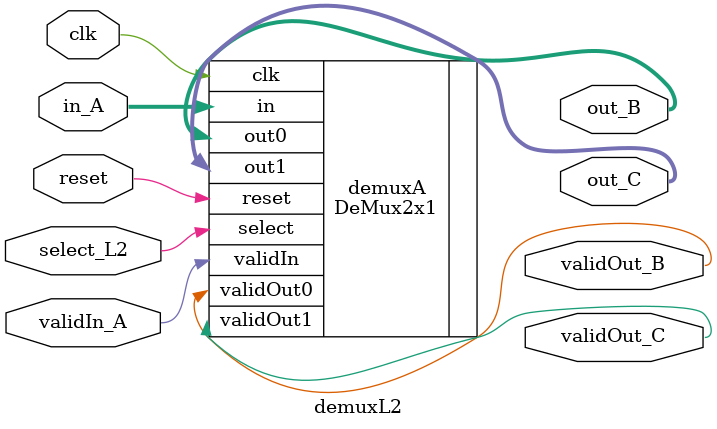
<source format=v>
/* ***********************************************************
                    Universidad de Costa Rica
                 Escuela de Ingenieria Electrica
                            IE-0523
                      Circuitos Digitales 2

                           DeMuxL2.v

Autores: Daniela Oporta Abarca B55160 
         Marlon Jesus Jiménez Acosta B73881
         Roger Castro Rivas B61725
         German Ureña Araya B77809 

Fecha: 01 de junio del 2021

Descripcion:
  

*********************************************************** */

`include "DeMux2x1.v"
module demuxL2(
    output [7:0] out_B,
    output [7:0] out_C,
    output validOut_B,
    output validOut_C,

    input [7:0]in_A,
    input validIn_A,

    input select_L2,
    input clk,
    input reset);

    DeMux2x1 demuxA(
        //Outputs
        .out0  (out_B[7:0]),
        .out1  (out_C[7:0]),  
        .validOut0 (validOut_B),
        .validOut1 (validOut_C),
        //Inputs
        .in    (in_A[7:0]),
        .validIn   (validIn_A),
        .select  (select_L2),
        .clk       (clk),
        .reset     (reset)
    );
endmodule
</source>
